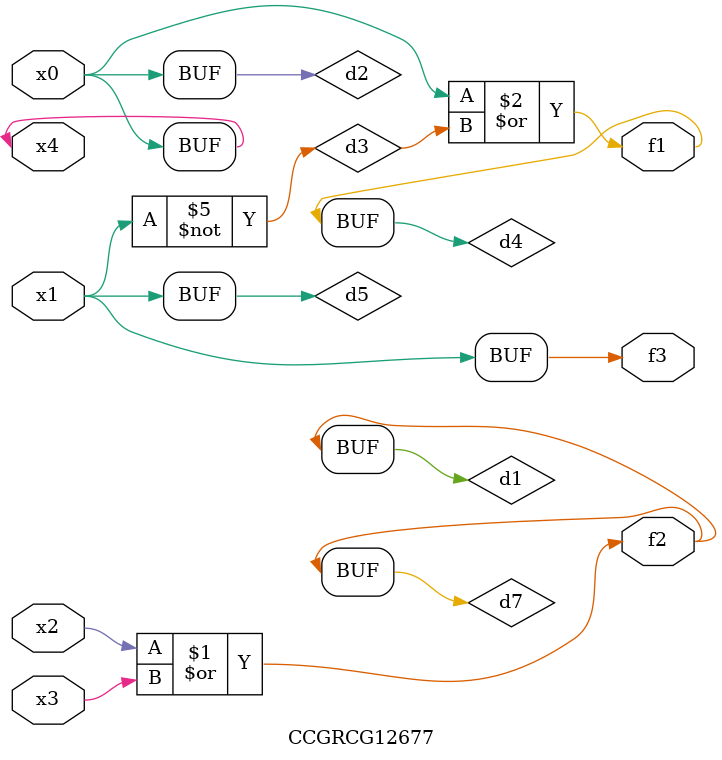
<source format=v>
module CCGRCG12677(
	input x0, x1, x2, x3, x4,
	output f1, f2, f3
);

	wire d1, d2, d3, d4, d5, d6, d7;

	or (d1, x2, x3);
	buf (d2, x0, x4);
	not (d3, x1);
	or (d4, d2, d3);
	not (d5, d3);
	nand (d6, d1, d3);
	or (d7, d1);
	assign f1 = d4;
	assign f2 = d7;
	assign f3 = d5;
endmodule

</source>
